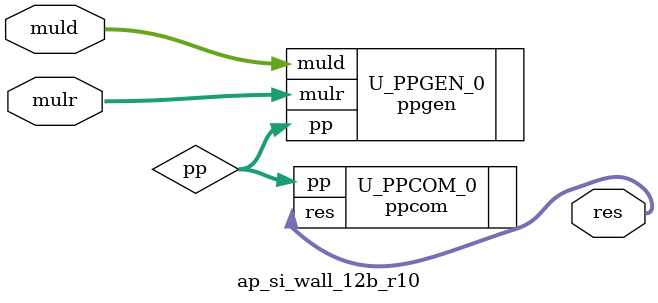
<source format=v>
module ap_si_wall_12b_r10 (
    input  signed [11:0] muld,
    input  signed [11:0] mulr,
    
    output signed [23:0] res
);

wire [143:0] pp;

ppgen #(
    .DW                             (  12                           ))
U_PPGEN_0(
    .muld                           ( muld                          ),
    .mulr                           ( mulr                          ),
    .pp                             ( pp                            )
);


ppcom U_PPCOM_0(
    .pp                             ( pp                            ),
    .res                            ( res                           )
);


endmodule

</source>
